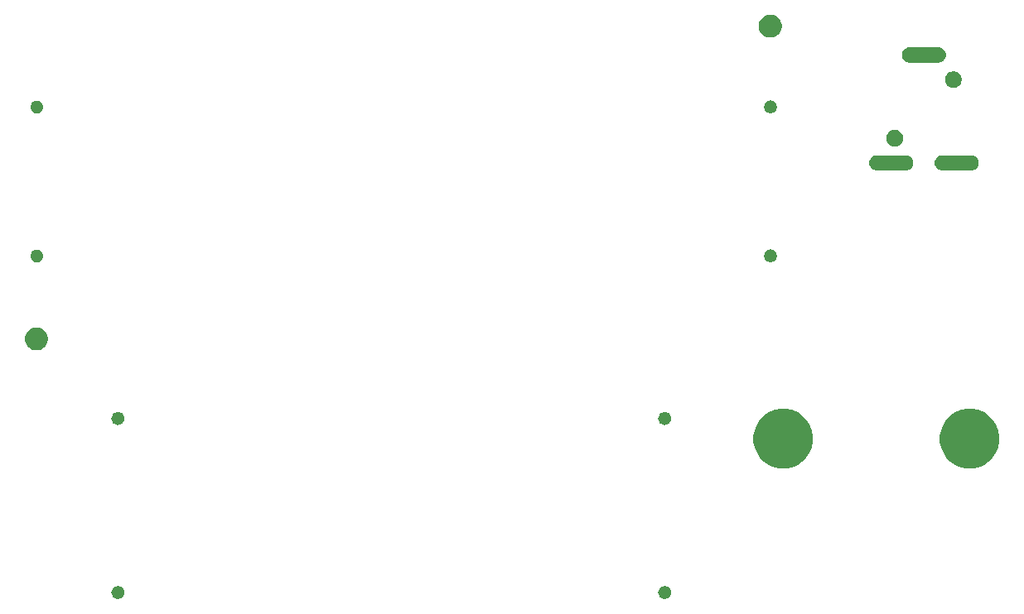
<source format=gbr>
G04 #@! TF.GenerationSoftware,KiCad,Pcbnew,(5.1.4)-1*
G04 #@! TF.CreationDate,2020-01-19T15:47:51-08:00*
G04 #@! TF.ProjectId,Light_intensity_data_logger,4c696768-745f-4696-9e74-656e73697479,rev?*
G04 #@! TF.SameCoordinates,Original*
G04 #@! TF.FileFunction,Soldermask,Bot*
G04 #@! TF.FilePolarity,Negative*
%FSLAX46Y46*%
G04 Gerber Fmt 4.6, Leading zero omitted, Abs format (unit mm)*
G04 Created by KiCad (PCBNEW (5.1.4)-1) date 2020-01-19 15:47:51*
%MOMM*%
%LPD*%
G04 APERTURE LIST*
%ADD10C,0.100000*%
G04 APERTURE END LIST*
D10*
X141596000Y-92446000D02*
G75*
G03X141596000Y-92446000I-646000J0D01*
G01*
X85716000Y-92446000D02*
G75*
G03X85716000Y-92446000I-646000J0D01*
G01*
X85716000Y-74636000D02*
G75*
G03X85716000Y-74636000I-646000J0D01*
G01*
X141596000Y-74636000D02*
G75*
G03X141596000Y-74636000I-646000J0D01*
G01*
G36*
X141138431Y-91824825D02*
G01*
X141255995Y-91873521D01*
X141361801Y-91944219D01*
X141451781Y-92034199D01*
X141522479Y-92140005D01*
X141571175Y-92257569D01*
X141596000Y-92382373D01*
X141596000Y-92509627D01*
X141571175Y-92634431D01*
X141522479Y-92751995D01*
X141451781Y-92857801D01*
X141361801Y-92947781D01*
X141255995Y-93018479D01*
X141138431Y-93067175D01*
X141013627Y-93092000D01*
X140886373Y-93092000D01*
X140761569Y-93067175D01*
X140644005Y-93018479D01*
X140538199Y-92947781D01*
X140448219Y-92857801D01*
X140377521Y-92751995D01*
X140328825Y-92634431D01*
X140304000Y-92509627D01*
X140304000Y-92382373D01*
X140328825Y-92257569D01*
X140377521Y-92140005D01*
X140448219Y-92034199D01*
X140538199Y-91944219D01*
X140644005Y-91873521D01*
X140761569Y-91824825D01*
X140886373Y-91800000D01*
X141013627Y-91800000D01*
X141138431Y-91824825D01*
X141138431Y-91824825D01*
G37*
G36*
X85258431Y-91824825D02*
G01*
X85375995Y-91873521D01*
X85481801Y-91944219D01*
X85571781Y-92034199D01*
X85642479Y-92140005D01*
X85691175Y-92257569D01*
X85716000Y-92382373D01*
X85716000Y-92509627D01*
X85691175Y-92634431D01*
X85642479Y-92751995D01*
X85571781Y-92857801D01*
X85481801Y-92947781D01*
X85375995Y-93018479D01*
X85258431Y-93067175D01*
X85133627Y-93092000D01*
X85006373Y-93092000D01*
X84881569Y-93067175D01*
X84764005Y-93018479D01*
X84658199Y-92947781D01*
X84568219Y-92857801D01*
X84497521Y-92751995D01*
X84448825Y-92634431D01*
X84424000Y-92509627D01*
X84424000Y-92382373D01*
X84448825Y-92257569D01*
X84497521Y-92140005D01*
X84568219Y-92034199D01*
X84658199Y-91944219D01*
X84764005Y-91873521D01*
X84881569Y-91824825D01*
X85006373Y-91800000D01*
X85133627Y-91800000D01*
X85258431Y-91824825D01*
X85258431Y-91824825D01*
G37*
G36*
X173009943Y-73766248D02*
G01*
X173565189Y-73996238D01*
X173565190Y-73996239D01*
X174064899Y-74330134D01*
X174489866Y-74755101D01*
X174489867Y-74755103D01*
X174823762Y-75254811D01*
X175053752Y-75810057D01*
X175171000Y-76399501D01*
X175171000Y-77000499D01*
X175053752Y-77589943D01*
X174823762Y-78145189D01*
X174823761Y-78145190D01*
X174489866Y-78644899D01*
X174064899Y-79069866D01*
X173813347Y-79237948D01*
X173565189Y-79403762D01*
X173009943Y-79633752D01*
X172420499Y-79751000D01*
X171819501Y-79751000D01*
X171230057Y-79633752D01*
X170674811Y-79403762D01*
X170426653Y-79237948D01*
X170175101Y-79069866D01*
X169750134Y-78644899D01*
X169416239Y-78145190D01*
X169416238Y-78145189D01*
X169186248Y-77589943D01*
X169069000Y-77000499D01*
X169069000Y-76399501D01*
X169186248Y-75810057D01*
X169416238Y-75254811D01*
X169750133Y-74755103D01*
X169750134Y-74755101D01*
X170175101Y-74330134D01*
X170674810Y-73996239D01*
X170674811Y-73996238D01*
X171230057Y-73766248D01*
X171819501Y-73649000D01*
X172420499Y-73649000D01*
X173009943Y-73766248D01*
X173009943Y-73766248D01*
G37*
G36*
X153959943Y-73766248D02*
G01*
X154515189Y-73996238D01*
X154515190Y-73996239D01*
X155014899Y-74330134D01*
X155439866Y-74755101D01*
X155439867Y-74755103D01*
X155773762Y-75254811D01*
X156003752Y-75810057D01*
X156121000Y-76399501D01*
X156121000Y-77000499D01*
X156003752Y-77589943D01*
X155773762Y-78145189D01*
X155773761Y-78145190D01*
X155439866Y-78644899D01*
X155014899Y-79069866D01*
X154763347Y-79237948D01*
X154515189Y-79403762D01*
X153959943Y-79633752D01*
X153370499Y-79751000D01*
X152769501Y-79751000D01*
X152180057Y-79633752D01*
X151624811Y-79403762D01*
X151376653Y-79237948D01*
X151125101Y-79069866D01*
X150700134Y-78644899D01*
X150366239Y-78145190D01*
X150366238Y-78145189D01*
X150136248Y-77589943D01*
X150019000Y-77000499D01*
X150019000Y-76399501D01*
X150136248Y-75810057D01*
X150366238Y-75254811D01*
X150700133Y-74755103D01*
X150700134Y-74755101D01*
X151125101Y-74330134D01*
X151624810Y-73996239D01*
X151624811Y-73996238D01*
X152180057Y-73766248D01*
X152769501Y-73649000D01*
X153370499Y-73649000D01*
X153959943Y-73766248D01*
X153959943Y-73766248D01*
G37*
G36*
X85258431Y-74014825D02*
G01*
X85375995Y-74063521D01*
X85481801Y-74134219D01*
X85571781Y-74224199D01*
X85642479Y-74330005D01*
X85691175Y-74447569D01*
X85716000Y-74572373D01*
X85716000Y-74699627D01*
X85691175Y-74824431D01*
X85642479Y-74941995D01*
X85571781Y-75047801D01*
X85481801Y-75137781D01*
X85375995Y-75208479D01*
X85258431Y-75257175D01*
X85133627Y-75282000D01*
X85006373Y-75282000D01*
X84881569Y-75257175D01*
X84764005Y-75208479D01*
X84658199Y-75137781D01*
X84568219Y-75047801D01*
X84497521Y-74941995D01*
X84448825Y-74824431D01*
X84424000Y-74699627D01*
X84424000Y-74572373D01*
X84448825Y-74447569D01*
X84497521Y-74330005D01*
X84568219Y-74224199D01*
X84658199Y-74134219D01*
X84764005Y-74063521D01*
X84881569Y-74014825D01*
X85006373Y-73990000D01*
X85133627Y-73990000D01*
X85258431Y-74014825D01*
X85258431Y-74014825D01*
G37*
G36*
X141138431Y-74014825D02*
G01*
X141255995Y-74063521D01*
X141361801Y-74134219D01*
X141451781Y-74224199D01*
X141522479Y-74330005D01*
X141571175Y-74447569D01*
X141596000Y-74572373D01*
X141596000Y-74699627D01*
X141571175Y-74824431D01*
X141522479Y-74941995D01*
X141451781Y-75047801D01*
X141361801Y-75137781D01*
X141255995Y-75208479D01*
X141138431Y-75257175D01*
X141013627Y-75282000D01*
X140886373Y-75282000D01*
X140761569Y-75257175D01*
X140644005Y-75208479D01*
X140538199Y-75137781D01*
X140448219Y-75047801D01*
X140377521Y-74941995D01*
X140328825Y-74824431D01*
X140304000Y-74699627D01*
X140304000Y-74572373D01*
X140328825Y-74447569D01*
X140377521Y-74330005D01*
X140448219Y-74224199D01*
X140538199Y-74134219D01*
X140644005Y-74063521D01*
X140761569Y-74014825D01*
X140886373Y-73990000D01*
X141013627Y-73990000D01*
X141138431Y-74014825D01*
X141138431Y-74014825D01*
G37*
G36*
X76931980Y-65328824D02*
G01*
X77083447Y-65358953D01*
X77297465Y-65447602D01*
X77297466Y-65447603D01*
X77490074Y-65576299D01*
X77653881Y-65740106D01*
X77739678Y-65868511D01*
X77782578Y-65932715D01*
X77871227Y-66146733D01*
X77916420Y-66373934D01*
X77916420Y-66605586D01*
X77871227Y-66832787D01*
X77782578Y-67046805D01*
X77782577Y-67046806D01*
X77653881Y-67239414D01*
X77490074Y-67403221D01*
X77361669Y-67489018D01*
X77297465Y-67531918D01*
X77083447Y-67620567D01*
X76931980Y-67650696D01*
X76856247Y-67665760D01*
X76624593Y-67665760D01*
X76548860Y-67650696D01*
X76397393Y-67620567D01*
X76183375Y-67531918D01*
X76119171Y-67489018D01*
X75990766Y-67403221D01*
X75826959Y-67239414D01*
X75698263Y-67046806D01*
X75698262Y-67046805D01*
X75609613Y-66832787D01*
X75564420Y-66605586D01*
X75564420Y-66373934D01*
X75609613Y-66146733D01*
X75698262Y-65932715D01*
X75741162Y-65868511D01*
X75826959Y-65740106D01*
X75990766Y-65576299D01*
X76183374Y-65447603D01*
X76183375Y-65447602D01*
X76397393Y-65358953D01*
X76548860Y-65328824D01*
X76624593Y-65313760D01*
X76856247Y-65313760D01*
X76931980Y-65328824D01*
X76931980Y-65328824D01*
G37*
G36*
X76968431Y-57378825D02*
G01*
X77085995Y-57427521D01*
X77191801Y-57498219D01*
X77281781Y-57588199D01*
X77352479Y-57694005D01*
X77401175Y-57811569D01*
X77426000Y-57936373D01*
X77426000Y-58063627D01*
X77401175Y-58188431D01*
X77352479Y-58305995D01*
X77281781Y-58411801D01*
X77191801Y-58501781D01*
X77085995Y-58572479D01*
X76968431Y-58621175D01*
X76843627Y-58646000D01*
X76716373Y-58646000D01*
X76591569Y-58621175D01*
X76474005Y-58572479D01*
X76368199Y-58501781D01*
X76278219Y-58411801D01*
X76207521Y-58305995D01*
X76158825Y-58188431D01*
X76134000Y-58063627D01*
X76134000Y-57936373D01*
X76158825Y-57811569D01*
X76207521Y-57694005D01*
X76278219Y-57588199D01*
X76368199Y-57498219D01*
X76474005Y-57427521D01*
X76591569Y-57378825D01*
X76716373Y-57354000D01*
X76843627Y-57354000D01*
X76968431Y-57378825D01*
X76968431Y-57378825D01*
G37*
G36*
X151948431Y-57358825D02*
G01*
X152065995Y-57407521D01*
X152171801Y-57478219D01*
X152261781Y-57568199D01*
X152332479Y-57674005D01*
X152381175Y-57791569D01*
X152406000Y-57916373D01*
X152406000Y-58043627D01*
X152381175Y-58168431D01*
X152332479Y-58285995D01*
X152261781Y-58391801D01*
X152171801Y-58481781D01*
X152065995Y-58552479D01*
X151948431Y-58601175D01*
X151823627Y-58626000D01*
X151696373Y-58626000D01*
X151571569Y-58601175D01*
X151454005Y-58552479D01*
X151348199Y-58481781D01*
X151258219Y-58391801D01*
X151187521Y-58285995D01*
X151138825Y-58168431D01*
X151114000Y-58043627D01*
X151114000Y-57916373D01*
X151138825Y-57791569D01*
X151187521Y-57674005D01*
X151258219Y-57568199D01*
X151348199Y-57478219D01*
X151454005Y-57407521D01*
X151571569Y-57358825D01*
X151696373Y-57334000D01*
X151823627Y-57334000D01*
X151948431Y-57358825D01*
X151948431Y-57358825D01*
G37*
G36*
X165727121Y-47720228D02*
G01*
X165873402Y-47764602D01*
X166008204Y-47836655D01*
X166126369Y-47933631D01*
X166223345Y-48051796D01*
X166295398Y-48186598D01*
X166339772Y-48332879D01*
X166354754Y-48485000D01*
X166339772Y-48637121D01*
X166295398Y-48783402D01*
X166223345Y-48918204D01*
X166126369Y-49036369D01*
X166008204Y-49133345D01*
X165873402Y-49205398D01*
X165727121Y-49249772D01*
X165613118Y-49261000D01*
X162586882Y-49261000D01*
X162472879Y-49249772D01*
X162326598Y-49205398D01*
X162191796Y-49133345D01*
X162073631Y-49036369D01*
X161976655Y-48918204D01*
X161904602Y-48783402D01*
X161860228Y-48637121D01*
X161845246Y-48485000D01*
X161860228Y-48332879D01*
X161904602Y-48186598D01*
X161976655Y-48051796D01*
X162073631Y-47933631D01*
X162191796Y-47836655D01*
X162326598Y-47764602D01*
X162472879Y-47720228D01*
X162586882Y-47709000D01*
X165613118Y-47709000D01*
X165727121Y-47720228D01*
X165727121Y-47720228D01*
G37*
G36*
X172427121Y-47720228D02*
G01*
X172573402Y-47764602D01*
X172708204Y-47836655D01*
X172826369Y-47933631D01*
X172923345Y-48051796D01*
X172995398Y-48186598D01*
X173039772Y-48332879D01*
X173054754Y-48485000D01*
X173039772Y-48637121D01*
X172995398Y-48783402D01*
X172923345Y-48918204D01*
X172826369Y-49036369D01*
X172708204Y-49133345D01*
X172573402Y-49205398D01*
X172427121Y-49249772D01*
X172313118Y-49261000D01*
X169286882Y-49261000D01*
X169172879Y-49249772D01*
X169026598Y-49205398D01*
X168891796Y-49133345D01*
X168773631Y-49036369D01*
X168676655Y-48918204D01*
X168604602Y-48783402D01*
X168560228Y-48637121D01*
X168545246Y-48485000D01*
X168560228Y-48332879D01*
X168604602Y-48186598D01*
X168676655Y-48051796D01*
X168773631Y-47933631D01*
X168891796Y-47836655D01*
X169026598Y-47764602D01*
X169172879Y-47720228D01*
X169286882Y-47709000D01*
X172313118Y-47709000D01*
X172427121Y-47720228D01*
X172427121Y-47720228D01*
G37*
G36*
X164698228Y-45141703D02*
G01*
X164853100Y-45205853D01*
X164992481Y-45298985D01*
X165111015Y-45417519D01*
X165204147Y-45556900D01*
X165268297Y-45711772D01*
X165301000Y-45876184D01*
X165301000Y-46043816D01*
X165268297Y-46208228D01*
X165204147Y-46363100D01*
X165111015Y-46502481D01*
X164992481Y-46621015D01*
X164853100Y-46714147D01*
X164698228Y-46778297D01*
X164533816Y-46811000D01*
X164366184Y-46811000D01*
X164201772Y-46778297D01*
X164046900Y-46714147D01*
X163907519Y-46621015D01*
X163788985Y-46502481D01*
X163695853Y-46363100D01*
X163631703Y-46208228D01*
X163599000Y-46043816D01*
X163599000Y-45876184D01*
X163631703Y-45711772D01*
X163695853Y-45556900D01*
X163788985Y-45417519D01*
X163907519Y-45298985D01*
X164046900Y-45205853D01*
X164201772Y-45141703D01*
X164366184Y-45109000D01*
X164533816Y-45109000D01*
X164698228Y-45141703D01*
X164698228Y-45141703D01*
G37*
G36*
X76968431Y-42138825D02*
G01*
X77085995Y-42187521D01*
X77191801Y-42258219D01*
X77281781Y-42348199D01*
X77352479Y-42454005D01*
X77401175Y-42571569D01*
X77426000Y-42696373D01*
X77426000Y-42823627D01*
X77401175Y-42948431D01*
X77352479Y-43065995D01*
X77281781Y-43171801D01*
X77191801Y-43261781D01*
X77085995Y-43332479D01*
X76968431Y-43381175D01*
X76843627Y-43406000D01*
X76716373Y-43406000D01*
X76591569Y-43381175D01*
X76474005Y-43332479D01*
X76368199Y-43261781D01*
X76278219Y-43171801D01*
X76207521Y-43065995D01*
X76158825Y-42948431D01*
X76134000Y-42823627D01*
X76134000Y-42696373D01*
X76158825Y-42571569D01*
X76207521Y-42454005D01*
X76278219Y-42348199D01*
X76368199Y-42258219D01*
X76474005Y-42187521D01*
X76591569Y-42138825D01*
X76716373Y-42114000D01*
X76843627Y-42114000D01*
X76968431Y-42138825D01*
X76968431Y-42138825D01*
G37*
G36*
X151948431Y-42118825D02*
G01*
X152065995Y-42167521D01*
X152171801Y-42238219D01*
X152261781Y-42328199D01*
X152332479Y-42434005D01*
X152381175Y-42551569D01*
X152406000Y-42676373D01*
X152406000Y-42803627D01*
X152381175Y-42928431D01*
X152332479Y-43045995D01*
X152261781Y-43151801D01*
X152171801Y-43241781D01*
X152065995Y-43312479D01*
X151948431Y-43361175D01*
X151823627Y-43386000D01*
X151696373Y-43386000D01*
X151571569Y-43361175D01*
X151454005Y-43312479D01*
X151348199Y-43241781D01*
X151258219Y-43151801D01*
X151187521Y-43045995D01*
X151138825Y-42928431D01*
X151114000Y-42803627D01*
X151114000Y-42676373D01*
X151138825Y-42551569D01*
X151187521Y-42434005D01*
X151258219Y-42328199D01*
X151348199Y-42238219D01*
X151454005Y-42167521D01*
X151571569Y-42118825D01*
X151696373Y-42094000D01*
X151823627Y-42094000D01*
X151948431Y-42118825D01*
X151948431Y-42118825D01*
G37*
G36*
X170698228Y-39141703D02*
G01*
X170853100Y-39205853D01*
X170992481Y-39298985D01*
X171111015Y-39417519D01*
X171204147Y-39556900D01*
X171268297Y-39711772D01*
X171301000Y-39876184D01*
X171301000Y-40043816D01*
X171268297Y-40208228D01*
X171204147Y-40363100D01*
X171111015Y-40502481D01*
X170992481Y-40621015D01*
X170853100Y-40714147D01*
X170698228Y-40778297D01*
X170533816Y-40811000D01*
X170366184Y-40811000D01*
X170201772Y-40778297D01*
X170046900Y-40714147D01*
X169907519Y-40621015D01*
X169788985Y-40502481D01*
X169695853Y-40363100D01*
X169631703Y-40208228D01*
X169599000Y-40043816D01*
X169599000Y-39876184D01*
X169631703Y-39711772D01*
X169695853Y-39556900D01*
X169788985Y-39417519D01*
X169907519Y-39298985D01*
X170046900Y-39205853D01*
X170201772Y-39141703D01*
X170366184Y-39109000D01*
X170533816Y-39109000D01*
X170698228Y-39141703D01*
X170698228Y-39141703D01*
G37*
G36*
X169077121Y-36670228D02*
G01*
X169223402Y-36714602D01*
X169358204Y-36786655D01*
X169476369Y-36883631D01*
X169573345Y-37001796D01*
X169645398Y-37136598D01*
X169689772Y-37282879D01*
X169704754Y-37435000D01*
X169689772Y-37587121D01*
X169645398Y-37733402D01*
X169573345Y-37868204D01*
X169476369Y-37986369D01*
X169358204Y-38083345D01*
X169223402Y-38155398D01*
X169077121Y-38199772D01*
X168963118Y-38211000D01*
X165936882Y-38211000D01*
X165822879Y-38199772D01*
X165676598Y-38155398D01*
X165541796Y-38083345D01*
X165423631Y-37986369D01*
X165326655Y-37868204D01*
X165254602Y-37733402D01*
X165210228Y-37587121D01*
X165195246Y-37435000D01*
X165210228Y-37282879D01*
X165254602Y-37136598D01*
X165326655Y-37001796D01*
X165423631Y-36883631D01*
X165541796Y-36786655D01*
X165676598Y-36714602D01*
X165822879Y-36670228D01*
X165936882Y-36659000D01*
X168963118Y-36659000D01*
X169077121Y-36670228D01*
X169077121Y-36670228D01*
G37*
G36*
X151931980Y-33328824D02*
G01*
X152083447Y-33358953D01*
X152297465Y-33447602D01*
X152297466Y-33447603D01*
X152490074Y-33576299D01*
X152653881Y-33740106D01*
X152739678Y-33868511D01*
X152782578Y-33932715D01*
X152871227Y-34146733D01*
X152916420Y-34373934D01*
X152916420Y-34605586D01*
X152871227Y-34832787D01*
X152782578Y-35046805D01*
X152782577Y-35046806D01*
X152653881Y-35239414D01*
X152490074Y-35403221D01*
X152361669Y-35489018D01*
X152297465Y-35531918D01*
X152083447Y-35620567D01*
X151931980Y-35650696D01*
X151856247Y-35665760D01*
X151624593Y-35665760D01*
X151548860Y-35650696D01*
X151397393Y-35620567D01*
X151183375Y-35531918D01*
X151119171Y-35489018D01*
X150990766Y-35403221D01*
X150826959Y-35239414D01*
X150698263Y-35046806D01*
X150698262Y-35046805D01*
X150609613Y-34832787D01*
X150564420Y-34605586D01*
X150564420Y-34373934D01*
X150609613Y-34146733D01*
X150698262Y-33932715D01*
X150741162Y-33868511D01*
X150826959Y-33740106D01*
X150990766Y-33576299D01*
X151183374Y-33447603D01*
X151183375Y-33447602D01*
X151397393Y-33358953D01*
X151548860Y-33328824D01*
X151624593Y-33313760D01*
X151856247Y-33313760D01*
X151931980Y-33328824D01*
X151931980Y-33328824D01*
G37*
M02*

</source>
